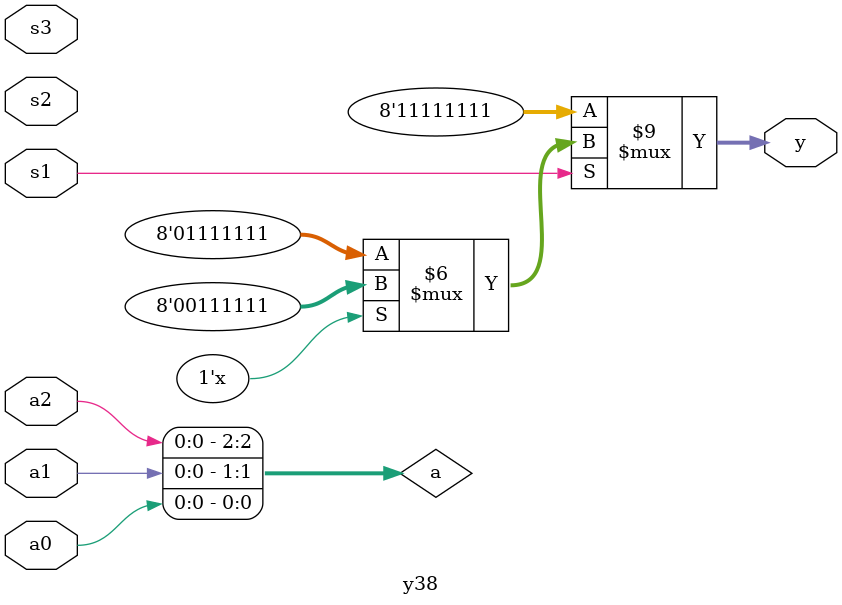
<source format=v>
module y38(a0,a1,a2,s1,s2,s3,y);
 input a0,a1,a2,s1,s2,s3;
 output[7:0] y;
 reg[7:0] y;
 reg s;
reg[2:0]a;
always@(a0,a1,a2,s1,s2,s3)
 begin
  s<=s2|s3;
  a<={a2,a1,a0};
   if(s1==0)
  y<=8'b11111111;
else
   if(s==1)
		y<=8'b111111;
	else
	  begin
		   case(a)
		3'b000:y<=8'b11111110;
		3'b001:y<=8'b11111101;
		3'b010:y<=8'b11111011;
		3'b011:y<=8'b11110111;
		3'b100:y<=8'b11101111;
		3'b101:y<=8'b11011111;
		3'b110:y<=8'b10111111;
		default: y<=8'b01111111;
		endcase
   end
	end
 endmodule
</source>
